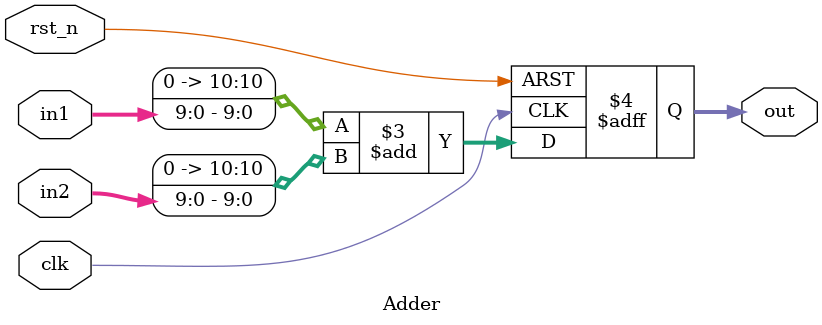
<source format=v>
`timescale 1ns / 1ps

module Adder(
	//port list
	rst_n	,
	clk	,
	in1	,
	in2	,
	out	,

);

//port declaration and set I0 direction

input wire rst_n	;
input wire clk		;
input wire [9:0] in1	;
input wire [9:0] in2	;
output reg [10:0] out	;


/* case1 */


/*
//temp var add as wire to stre addition result

wire [10:0] add = {1'b0, in1} + {1'b0, in2};

always @(posedge clk, negdge rst_n
begin
	if (rst_n == 0) out <= 11'b0	; //active low
	else	out <= add
end
*/


/* case2 */
always @(posedge clk, negedge rst_n)
begin
	if(~rst_n) out <= 11'b0;
	else out <= {1'b0, in1} + {1'b0, in2};
end


endmodule

</source>
